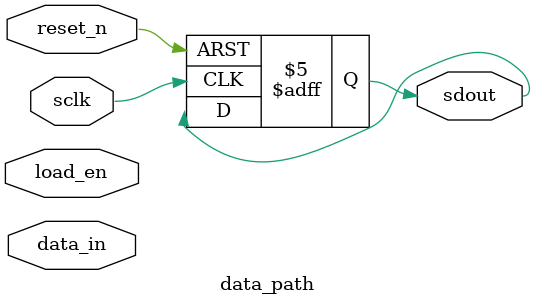
<source format=sv>
module mipi_soundwire_controller (
  input wire clk,       // System clock
  input wire reset_n,   // Active-low reset
  input wire [15:0] audio_in, // 16-bit audio data input
  input wire audio_valid, // Indicates audio_in is valid
  output wire sdout,    // Serial data output
  output wire sclk,     // Generated SCLK output
  output wire ws,       // Word Sync output
  output wire ready     // Indicates if the controller is ready for new data input
);

  // Internal wires for connecting submodules
  wire w_sclk;      // Connects sclk_gen to frame_controller and data_path
  wire w_load_en;   // Connects frame_controller to data_path
  wire w_ws;        // Connects frame_controller to top output
  wire w_ready;     // Connects frame_controller to top output
  wire w_sdout;     // Connects data_path to top output

  // Instantiate sclk generator module
  sclk_gen sclk_gen_inst (
    .clk (clk),
    .reset_n (reset_n),
    .sclk (w_sclk)
  );

  // Instantiate frame controller module
  frame_controller frame_controller_inst (
    .sclk (w_sclk),
    .reset_n (reset_n),
    .audio_valid (audio_valid),
    .load_en (w_load_en),
    .ws (w_ws),
    .ready (w_ready)
  );

  // Instantiate data path module
  data_path data_path_inst (
    .sclk (w_sclk),
    .reset_n (reset_n),
    .data_in (audio_in),
    .load_en (w_load_en),
    .sdout (w_sdout)
  );

  // Assign submodule outputs to top-level outputs
  assign sclk = w_sclk;
  assign ws = w_ws;
  assign ready = w_ready;
  assign sdout = w_sdout;

endmodule

// sclk_gen module
// Generates the SCLK signal by toggling on the input CLK edges.
module sclk_gen (
  input wire clk,       // Input system clock
  input wire reset_n,   // Active-low reset
  output reg sclk       // Generated SCLK signal
);
  always @(posedge clk or negedge reset_n) begin
    if (!reset_n) begin
      sclk <= 1'b0;
    end else begin
      sclk <= ~sclk;
    end
  end
endmodule

// frame_controller module
// Manages the frame timing, bit count, word sync, and ready signals.
// Generates the load enable signal for the data path.
module frame_controller (
  input wire sclk,       // Generated SCLK signal
  input wire reset_n,   // Active-low reset
  input wire audio_valid,// Indicates valid audio data is available
  output reg load_en,   // Pulse high to indicate data should be loaded
  output reg ws,        // Word Sync signal (toggles at frame end)
  output reg ready      // Indicates if the controller is ready for new data
);

  reg [7:0] bit_count; // Tracks the current bit position within a frame

  always @(posedge sclk or negedge reset_n) begin
    if (!reset_n) begin
      bit_count <= 8'd0;
      ws <= 1'b0;
      ready <= 1'b1; // Ready to receive data on reset
      load_en <= 1'b0; // Default to not loading
    end else begin
      // load_en is a single-cycle pulse generated on the rising edge of sclk
      load_en <= 1'b0;

      if (sclk) begin // sclk is now high (Rising edge of sclk)
        // Check for start of new frame opportunity
        // Load data if at the start of a frame (bit_count == 0 after rollover),
        // and audio_valid is high, and the controller is ready.
        if (bit_count == 8'd0 && audio_valid && ready) begin
          load_en <= 1'b1; // Assert load enable for one sclk cycle
          ready <= 1'b0; // Not ready for new data while sending this word
        end
      end else begin // sclk is now low (Falling edge of sclk)
        // Update bit_count and perform end-of-frame actions
        if (bit_count == 8'd15) begin
          // End of the 16-bit frame (bit 15 transmitted)
          bit_count <= 8'd0; // Roll over to start a new frame count
          ws <= ~ws;    // Toggle word sync signal
          ready <= 1'b1; // Ready for new data after sending a word
        end else begin
          // Increment bit count for the next bit
          bit_count <= bit_count + 1'b1;
        end
      end
    end
  end
endmodule

// data_path module
// Handles the data shifting and outputting based on control signals.
// Contains the shift register.
module data_path (
  input wire sclk,       // Generated SCLK signal
  input wire reset_n,   // Active-low reset
  input wire [15:0] data_in, // Input audio data
  input wire load_en,   // Load enable signal from frame controller
  output reg sdout      // Serial data output
);

  reg [15:0] shift_reg; // Register holding the data to be transmitted

  always @(posedge sclk or negedge reset_n) begin
    if (!reset_n) begin
      shift_reg <= 16'd0; // Clear shift register on reset
      sdout <= 1'b0; // Clear output on reset
    end else begin
      if (sclk) begin // sclk rising edge
        // Load new data into the shift register if load_en is asserted
        if (load_en) begin
          shift_reg <= data_in;
        end
      end else begin // sclk falling edge
        // Transmit the current MSB of the shift register
        sdout <= shift_reg[15];
        // Shift the register for the next bit
        shift_reg <= {shift_reg[14:0], 1'b0};
      end
    end
  end
endmodule
</source>
